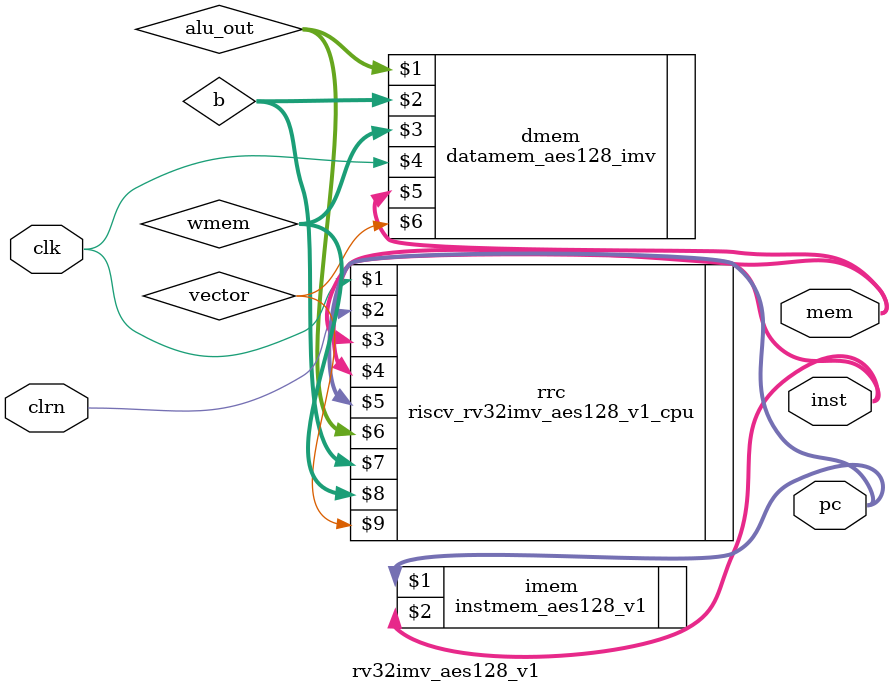
<source format=v>
module rv32imv_aes128_v1 (clk, clrn, inst, pc, mem);
  parameter     VLEN = 128;                   // bits, hardware implementation
  input         clk, clrn;           // clk: 50MHz
  output [31:0] inst, pc;
  output [VLEN-1:0] mem;
  wire    [3:0] wmem;
  wire   [VLEN-1:0] alu_out, b;
  wire          vector;
  
  riscv_rv32imv_aes128_v1_cpu rrc (clk, clrn, inst, mem, pc, alu_out, b, wmem, vector);
  
  instmem_aes128_v1 imem (pc,inst);
  
  datamem_aes128_imv dmem (alu_out, b, wmem, clk, mem, vector);
endmodule
</source>
